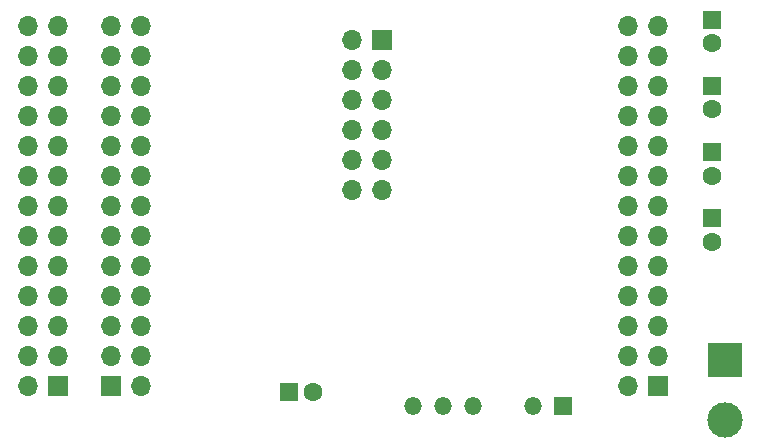
<source format=gbr>
%TF.GenerationSoftware,KiCad,Pcbnew,6.0.11-2627ca5db0~126~ubuntu20.04.1*%
%TF.CreationDate,2024-05-07T16:59:55-06:00*%
%TF.ProjectId,red-pitaya-pwm-shield,7265642d-7069-4746-9179-612d70776d2d,rev?*%
%TF.SameCoordinates,Original*%
%TF.FileFunction,Soldermask,Bot*%
%TF.FilePolarity,Negative*%
%FSLAX46Y46*%
G04 Gerber Fmt 4.6, Leading zero omitted, Abs format (unit mm)*
G04 Created by KiCad (PCBNEW 6.0.11-2627ca5db0~126~ubuntu20.04.1) date 2024-05-07 16:59:55*
%MOMM*%
%LPD*%
G01*
G04 APERTURE LIST*
%ADD10R,1.700000X1.700000*%
%ADD11O,1.700000X1.700000*%
%ADD12R,1.600000X1.600000*%
%ADD13C,1.600000*%
%ADD14R,1.500000X1.500000*%
%ADD15O,1.500000X1.500000*%
%ADD16R,3.000000X3.000000*%
%ADD17C,3.000000*%
G04 APERTURE END LIST*
D10*
%TO.C,J2*%
X78633000Y-65938000D03*
D11*
X76093000Y-65938000D03*
X78633000Y-68478000D03*
X76093000Y-68478000D03*
X78633000Y-71018000D03*
X76093000Y-71018000D03*
X78633000Y-73558000D03*
X76093000Y-73558000D03*
X78633000Y-76098000D03*
X76093000Y-76098000D03*
X78633000Y-78638000D03*
X76093000Y-78638000D03*
%TD*%
D12*
%TO.C,C10*%
X106578400Y-69805925D03*
D13*
X106578400Y-71805925D03*
%TD*%
D12*
%TO.C,C9*%
X106578400Y-64195888D03*
D13*
X106578400Y-66195888D03*
%TD*%
D14*
%TO.C,U3*%
X93942500Y-96882500D03*
D15*
X91402500Y-96882500D03*
X86322500Y-96882500D03*
X83782500Y-96882500D03*
X81242500Y-96882500D03*
%TD*%
D12*
%TO.C,C11*%
X106578400Y-81025999D03*
D13*
X106578400Y-83025999D03*
%TD*%
D16*
%TO.C,J3*%
X107645200Y-92989400D03*
D17*
X107645200Y-98069400D03*
%TD*%
D12*
%TO.C,C13*%
X70739000Y-95758000D03*
D13*
X72739000Y-95758000D03*
%TD*%
D12*
%TO.C,C12*%
X106578400Y-75415962D03*
D13*
X106578400Y-77415962D03*
%TD*%
D10*
%TO.C,J5*%
X55626000Y-95250000D03*
D11*
X58166000Y-95250000D03*
X55626000Y-92710000D03*
X58166000Y-92710000D03*
X55626000Y-90170000D03*
X58166000Y-90170000D03*
X55626000Y-87630000D03*
X58166000Y-87630000D03*
X55626000Y-85090000D03*
X58166000Y-85090000D03*
X55626000Y-82550000D03*
X58166000Y-82550000D03*
X55626000Y-80010000D03*
X58166000Y-80010000D03*
X55626000Y-77470000D03*
X58166000Y-77470000D03*
X55626000Y-74930000D03*
X58166000Y-74930000D03*
X55626000Y-72390000D03*
X58166000Y-72390000D03*
X55626000Y-69850000D03*
X58166000Y-69850000D03*
X55626000Y-67310000D03*
X58166000Y-67310000D03*
X55626000Y-64770000D03*
X58166000Y-64770000D03*
%TD*%
D10*
%TO.C,J1*%
X101981000Y-95250000D03*
D11*
X99441000Y-95250000D03*
X101981000Y-92710000D03*
X99441000Y-92710000D03*
X101981000Y-90170000D03*
X99441000Y-90170000D03*
X101981000Y-87630000D03*
X99441000Y-87630000D03*
X101981000Y-85090000D03*
X99441000Y-85090000D03*
X101981000Y-82550000D03*
X99441000Y-82550000D03*
X101981000Y-80010000D03*
X99441000Y-80010000D03*
X101981000Y-77470000D03*
X99441000Y-77470000D03*
X101981000Y-74930000D03*
X99441000Y-74930000D03*
X101981000Y-72390000D03*
X99441000Y-72390000D03*
X101981000Y-69850000D03*
X99441000Y-69850000D03*
X101981000Y-67310000D03*
X99441000Y-67310000D03*
X101981000Y-64770000D03*
X99441000Y-64770000D03*
%TD*%
D10*
%TO.C,J4*%
X51180000Y-95250000D03*
D11*
X48640000Y-95250000D03*
X51180000Y-92710000D03*
X48640000Y-92710000D03*
X51180000Y-90170000D03*
X48640000Y-90170000D03*
X51180000Y-87630000D03*
X48640000Y-87630000D03*
X51180000Y-85090000D03*
X48640000Y-85090000D03*
X51180000Y-82550000D03*
X48640000Y-82550000D03*
X51180000Y-80010000D03*
X48640000Y-80010000D03*
X51180000Y-77470000D03*
X48640000Y-77470000D03*
X51180000Y-74930000D03*
X48640000Y-74930000D03*
X51180000Y-72390000D03*
X48640000Y-72390000D03*
X51180000Y-69850000D03*
X48640000Y-69850000D03*
X51180000Y-67310000D03*
X48640000Y-67310000D03*
X51180000Y-64770000D03*
X48640000Y-64770000D03*
%TD*%
M02*

</source>
